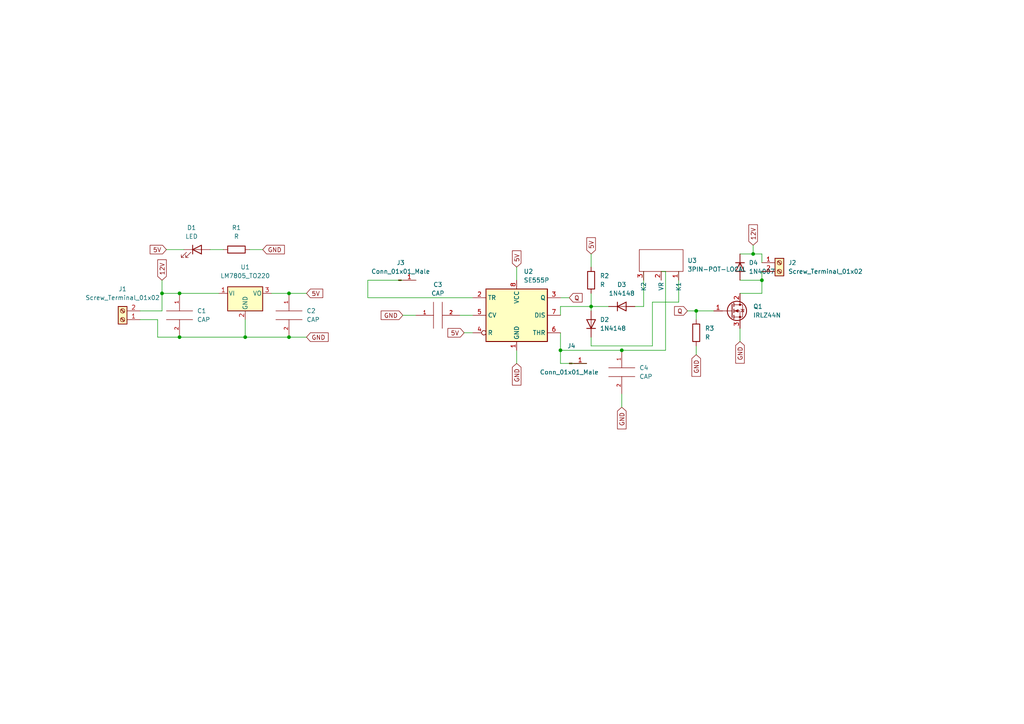
<source format=kicad_sch>
(kicad_sch (version 20211123) (generator eeschema)
  (paper "A4")
  (lib_symbols
    (symbol "555-pwm-motor driver:3PIN-POT-LOCAL"
      (property "Reference" "U" (at -5.08 7.62 0))
      (property "Value" "3PIN-POT-LOCAL" (at 1.27 -7.62 0))
      (symbol "3PIN-POT-LOCAL_0_1"
        (rectangle (start -6.35 6.35) (end 0 -6.35))
      )
      (symbol "3PIN-POT-LOCAL_1_1"
        (pin input line (at 0 5.08 0) (length 2.54) (name "K1") (number "1"))
        (pin input line (at 0 0 0) (length 2.54) (name "VR") (number "2"))
        (pin input line (at 0 -5.08 0) (length 2.54) (name "K2") (number "3"))
      )
    )
    (symbol "Connector:Conn_01x01_Male" (pin_names (offset 1.016) hide)
      (property "Reference" "J" (at 0 2.54 0))
      (property "Value" "Conn_01x01_Male" (at 0 -2.54 0))
      (symbol "Conn_01x01_Male_1_1"
        (polyline (pts (xy 1.27 0) (xy 0.8636 0)) (stroke (width 0.1524)))
        (rectangle (start 0.8636 0.127) (end 0 -0.127) (stroke (width 0.1524)) (fill (type outline)))
        (pin passive line (at 5.08 0 180) (length 3.81) (name "Pin_1") (number "1"))
      )
    )
    (symbol "Connector:Screw_Terminal_01x02" (pin_names (offset 1.016) hide)
      (property "Reference" "J" (at 0 2.54 0))
      (property "Value" "Screw_Terminal_01x02" (at 0 -5.08 0))
      (symbol "Screw_Terminal_01x02_1_1"
        (rectangle (start -1.27 1.27) (end 1.27 -3.81) (stroke (width 0.254)) (fill (type background)))
        (circle (center 0 -2.54) (radius 0.635) (stroke (width 0.1524)))
        (polyline (pts (xy -0.5334 -2.2098) (xy 0.3302 -3.048)) (stroke (width 0.1524)))
        (polyline (pts (xy -0.5334 0.3302) (xy 0.3302 -0.508)) (stroke (width 0.1524)))
        (polyline (pts (xy -0.3556 -2.032) (xy 0.508 -2.8702)) (stroke (width 0.1524)))
        (polyline (pts (xy -0.3556 0.508) (xy 0.508 -0.3302)) (stroke (width 0.1524)))
        (circle (center 0 0) (radius 0.635) (stroke (width 0.1524)))
        (pin passive line (at -5.08 0 0) (length 3.81) (name "Pin_1") (number "1"))
        (pin passive line (at -5.08 -2.54 0) (length 3.81) (name "Pin_2") (number "2"))
      )
    )
    (symbol "Device:LED" (pin_numbers hide) (pin_names (offset 1.016) hide)
      (property "Reference" "D" (at 0 2.54 0))
      (property "Value" "LED" (at 0 -2.54 0))
      (symbol "LED_0_1"
        (polyline (pts (xy -1.27 -1.27) (xy -1.27 1.27)) (stroke (width 0.254)))
        (polyline (pts (xy -1.27 0) (xy 1.27 0)))
        (polyline (pts (xy 1.27 -1.27) (xy 1.27 1.27) (xy -1.27 0) (xy 1.27 -1.27)) (stroke (width 0.254)))
        (polyline (pts (xy -3.048 -0.762) (xy -4.572 -2.286) (xy -3.81 -2.286) (xy -4.572 -2.286) (xy -4.572 -1.524)))
        (polyline (pts (xy -1.778 -0.762) (xy -3.302 -2.286) (xy -2.54 -2.286) (xy -3.302 -2.286) (xy -3.302 -1.524)))
      )
      (symbol "LED_1_1"
        (pin passive line (at -3.81 0 0) (length 2.54) (name "K") (number "1"))
        (pin passive line (at 3.81 0 180) (length 2.54) (name "A") (number "2"))
      )
    )
    (symbol "Device:R" (pin_numbers hide) (pin_names (offset 0))
      (property "Reference" "R" (at 2.032 0 90))
      (property "Value" "R" (at 0 0 90))
      (symbol "R_0_1"
        (rectangle (start -1.016 -2.54) (end 1.016 2.54) (stroke (width 0.254)))
      )
      (symbol "R_1_1"
        (pin passive line (at 0 3.81 270) (length 1.27) (name "~") (number "1"))
        (pin passive line (at 0 -3.81 90) (length 1.27) (name "~") (number "2"))
      )
    )
    (symbol "Diode:1N4007" (pin_numbers hide) (pin_names (offset 1.016) hide)
      (property "Reference" "D" (at 0 2.54 0))
      (property "Value" "1N4007" (at 0 -2.54 0))
      (symbol "1N4007_0_1"
        (polyline (pts (xy -1.27 1.27) (xy -1.27 -1.27)) (stroke (width 0.254)))
        (polyline (pts (xy 1.27 0) (xy -1.27 0)))
        (polyline (pts (xy 1.27 1.27) (xy 1.27 -1.27) (xy -1.27 0) (xy 1.27 1.27)) (stroke (width 0.254)))
      )
      (symbol "1N4007_1_1"
        (pin passive line (at -3.81 0 0) (length 2.54) (name "K") (number "1"))
        (pin passive line (at 3.81 0 180) (length 2.54) (name "A") (number "2"))
      )
    )
    (symbol "Diode:1N4148" (pin_numbers hide) (pin_names (offset 1.016) hide)
      (property "Reference" "D" (at 0 2.54 0))
      (property "Value" "1N4148" (at 0 -2.54 0))
      (symbol "1N4148_0_1"
        (polyline (pts (xy -1.27 1.27) (xy -1.27 -1.27)) (stroke (width 0.254)))
        (polyline (pts (xy 1.27 0) (xy -1.27 0)))
        (polyline (pts (xy 1.27 1.27) (xy 1.27 -1.27) (xy -1.27 0) (xy 1.27 1.27)) (stroke (width 0.254)))
      )
      (symbol "1N4148_1_1"
        (pin passive line (at -3.81 0 0) (length 2.54) (name "K") (number "1"))
        (pin passive line (at 3.81 0 180) (length 2.54) (name "A") (number "2"))
      )
    )
    (symbol "Regulator_Linear:LM7805_TO220" (pin_names (offset 0.254))
      (property "Reference" "U" (at -3.81 3.175 0))
      (property "Value" "LM7805_TO220" (at 0 3.175 0))
      (symbol "LM7805_TO220_0_1"
        (rectangle (start -5.08 1.905) (end 5.08 -5.08) (stroke (width 0.254)) (fill (type background)))
      )
      (symbol "LM7805_TO220_1_1"
        (pin power_in line (at -7.62 0 0) (length 2.54) (name "VI") (number "1"))
        (pin power_in line (at 0 -7.62 90) (length 2.54) (name "GND") (number "2"))
        (pin power_out line (at 7.62 0 180) (length 2.54) (name "VO") (number "3"))
      )
    )
    (symbol "Timer:SE555P"
      (property "Reference" "U" (at -10.16 8.89 0))
      (property "Value" "SE555P" (at 2.54 8.89 0))
      (symbol "SE555P_0_0"
        (pin power_in line (at 0 -10.16 90) (length 2.54) (name "GND") (number "1"))
        (pin power_in line (at 0 10.16 270) (length 2.54) (name "VCC") (number "8"))
      )
      (symbol "SE555P_0_1"
        (rectangle (start -8.89 -7.62) (end 8.89 7.62) (stroke (width 0.254)) (fill (type background)))
        (rectangle (start -8.89 -7.62) (end 8.89 7.62) (stroke (width 0.254)) (fill (type background)))
      )
      (symbol "SE555P_1_1"
        (pin input line (at -12.7 5.08 0) (length 3.81) (name "TR") (number "2"))
        (pin output line (at 12.7 5.08 180) (length 3.81) (name "Q") (number "3"))
        (pin input inverted (at -12.7 -5.08 0) (length 3.81) (name "R") (number "4"))
        (pin input line (at -12.7 0 0) (length 3.81) (name "CV") (number "5"))
        (pin input line (at 12.7 -5.08 180) (length 3.81) (name "THR") (number "6"))
        (pin input line (at 12.7 0 180) (length 3.81) (name "DIS") (number "7"))
      )
    )
    (symbol "Transistor_FET:IRLZ44N" (pin_names hide)
      (property "Reference" "Q" (at 6.35 1.905 0))
      (property "Value" "IRLZ44N" (at 6.35 0 0))
      (symbol "IRLZ44N_0_1"
        (polyline (pts (xy 0.254 0) (xy -2.54 0)))
        (polyline (pts (xy 0.254 1.905) (xy 0.254 -1.905)) (stroke (width 0.254)))
        (polyline (pts (xy 0.762 -1.27) (xy 0.762 -2.286)) (stroke (width 0.254)))
        (polyline (pts (xy 0.762 0.508) (xy 0.762 -0.508)) (stroke (width 0.254)))
        (polyline (pts (xy 0.762 2.286) (xy 0.762 1.27)) (stroke (width 0.254)))
        (polyline (pts (xy 2.54 2.54) (xy 2.54 1.778)))
        (polyline (pts (xy 2.54 -2.54) (xy 2.54 0) (xy 0.762 0)))
        (polyline (pts (xy 0.762 -1.778) (xy 3.302 -1.778) (xy 3.302 1.778) (xy 0.762 1.778)))
        (polyline (pts (xy 1.016 0) (xy 2.032 0.381) (xy 2.032 -0.381) (xy 1.016 0)) (fill (type outline)))
        (polyline (pts (xy 2.794 0.508) (xy 2.921 0.381) (xy 3.683 0.381) (xy 3.81 0.254)))
        (polyline (pts (xy 3.302 0.381) (xy 2.921 -0.254) (xy 3.683 -0.254) (xy 3.302 0.381)))
        (circle (center 1.651 0) (radius 2.794) (stroke (width 0.254)))
        (circle (center 2.54 -1.778) (radius 0.254) (fill (type outline)))
        (circle (center 2.54 1.778) (radius 0.254) (fill (type outline)))
      )
      (symbol "IRLZ44N_1_1"
        (pin input line (at -5.08 0 0) (length 2.54) (name "G") (number "1"))
        (pin passive line (at 2.54 5.08 270) (length 2.54) (name "D") (number "2"))
        (pin passive line (at 2.54 -5.08 90) (length 2.54) (name "S") (number "3"))
      )
    )
    (symbol "pspice:CAP" (pin_names (offset 0.254))
      (property "Reference" "C" (at 2.54 3.81 90))
      (property "Value" "CAP" (at 2.54 -3.81 90))
      (symbol "CAP_0_1"
        (polyline (pts (xy -3.81 -1.27) (xy 3.81 -1.27)))
        (polyline (pts (xy -3.81 1.27) (xy 3.81 1.27)))
      )
      (symbol "CAP_1_1"
        (pin passive line (at 0 6.35 270) (length 5.08) (name "~") (number "1"))
        (pin passive line (at 0 -6.35 90) (length 5.08) (name "~") (number "2"))
      )
    )
  )
  (junction (at 162.56 101.6))
  (junction (at 83.82 85.09))
  (junction (at 52.07 85.09))
  (junction (at 171.45 88.9))
  (junction (at 218.44 73.66))
  (junction (at 201.93 90.17))
  (junction (at 83.82 97.79))
  (junction (at 71.12 97.79))
  (junction (at 46.99 85.09))
  (junction (at 52.07 97.79))
  (junction (at 220.98 81.28))
  (junction (at 180.34 101.6))
  (wire (pts (xy 171.45 88.9) (xy 176.53 88.9)))
  (wire (pts (xy 45.72 97.79) (xy 52.07 97.79)))
  (wire (pts (xy 46.99 81.28) (xy 46.99 85.09)))
  (wire (pts (xy 40.64 90.17) (xy 46.99 90.17)))
  (wire (pts (xy 134.62 96.52) (xy 137.16 96.52)))
  (wire (pts (xy 52.07 85.09) (xy 63.5 85.09)))
  (wire (pts (xy 162.56 101.6) (xy 180.34 101.6)))
  (wire (pts (xy 171.45 85.09) (xy 171.45 88.9)))
  (wire (pts (xy 45.72 92.71) (xy 45.72 97.79)))
  (wire (pts (xy 78.74 85.09) (xy 83.82 85.09)))
  (wire (pts (xy 218.44 71.12) (xy 218.44 73.66)))
  (wire (pts (xy 83.82 97.79) (xy 88.9 97.79)))
  (wire (pts (xy 196.85 87.63) (xy 196.85 78.74)))
  (wire (pts (xy 149.86 101.6) (xy 149.86 105.41)))
  (wire (pts (xy 71.12 97.79) (xy 52.07 97.79)))
  (wire (pts (xy 193.04 101.6) (xy 180.34 101.6)))
  (wire (pts (xy 170.18 105.41) (xy 162.56 105.41)))
  (wire (pts (xy 214.63 81.28) (xy 220.98 81.28)))
  (wire (pts (xy 189.23 87.63) (xy 189.23 100.33)))
  (wire (pts (xy 83.82 85.09) (xy 88.9 85.09)))
  (wire (pts (xy 60.96 72.39) (xy 64.77 72.39)))
  (wire (pts (xy 171.45 73.66) (xy 171.45 77.47)))
  (wire (pts (xy 201.93 90.17) (xy 201.93 92.71)))
  (wire (pts (xy 184.15 88.9) (xy 186.69 88.9)))
  (wire (pts (xy 72.39 72.39) (xy 76.2 72.39)))
  (wire (pts (xy 137.16 86.36) (xy 106.68 86.36)))
  (wire (pts (xy 199.39 90.17) (xy 201.93 90.17)))
  (wire (pts (xy 201.93 90.17) (xy 207.01 90.17)))
  (wire (pts (xy 46.99 90.17) (xy 46.99 85.09)))
  (wire (pts (xy 162.56 88.9) (xy 171.45 88.9)))
  (wire (pts (xy 40.64 92.71) (xy 45.72 92.71)))
  (wire (pts (xy 218.44 73.66) (xy 220.98 73.66)))
  (wire (pts (xy 193.04 78.74) (xy 191.77 78.74)))
  (wire (pts (xy 71.12 92.71) (xy 71.12 97.79)))
  (wire (pts (xy 171.45 100.33) (xy 189.23 100.33)))
  (wire (pts (xy 201.93 100.33) (xy 201.93 102.87)))
  (wire (pts (xy 162.56 91.44) (xy 162.56 88.9)))
  (wire (pts (xy 133.35 91.44) (xy 137.16 91.44)))
  (wire (pts (xy 220.98 85.09) (xy 220.98 81.28)))
  (wire (pts (xy 220.98 73.66) (xy 220.98 76.2)))
  (wire (pts (xy 214.63 73.66) (xy 218.44 73.66)))
  (wire (pts (xy 116.84 91.44) (xy 120.65 91.44)))
  (wire (pts (xy 220.98 81.28) (xy 220.98 78.74)))
  (wire (pts (xy 193.04 78.74) (xy 193.04 101.6)))
  (wire (pts (xy 162.56 86.36) (xy 165.1 86.36)))
  (wire (pts (xy 162.56 101.6) (xy 162.56 96.52)))
  (wire (pts (xy 214.63 85.09) (xy 220.98 85.09)))
  (wire (pts (xy 106.68 81.28) (xy 106.68 86.36)))
  (wire (pts (xy 149.86 77.47) (xy 149.86 81.28)))
  (wire (pts (xy 171.45 88.9) (xy 171.45 90.17)))
  (wire (pts (xy 171.45 97.79) (xy 171.45 100.33)))
  (wire (pts (xy 162.56 105.41) (xy 162.56 101.6)))
  (wire (pts (xy 189.23 87.63) (xy 196.85 87.63)))
  (wire (pts (xy 186.69 78.74) (xy 186.69 88.9)))
  (wire (pts (xy 120.65 81.28) (xy 106.68 81.28)))
  (wire (pts (xy 180.34 114.3) (xy 180.34 118.11)))
  (wire (pts (xy 71.12 97.79) (xy 83.82 97.79)))
  (wire (pts (xy 46.99 85.09) (xy 52.07 85.09)))
  (wire (pts (xy 48.26 72.39) (xy 53.34 72.39)))
  (wire (pts (xy 214.63 95.25) (xy 214.63 99.06)))
  (global_label "5V" (shape input) (at 88.9 85.09 0) (property "Intersheet References" "${INTERSHEET_REFS}" (effects hide)))
  (global_label "GND" (shape input) (at 76.2 72.39 0) (property "Intersheet References" "${INTERSHEET_REFS}" (effects hide)))
  (global_label "12V" (shape input) (at 218.44 71.12 90) (property "Intersheet References" "${INTERSHEET_REFS}" (effects hide)))
  (global_label "GND" (shape input) (at 180.34 118.11 270) (property "Intersheet References" "${INTERSHEET_REFS}" (effects hide)))
  (global_label "5V" (shape input) (at 171.45 73.66 90) (property "Intersheet References" "${INTERSHEET_REFS}" (effects hide)))
  (global_label "Q" (shape input) (at 199.39 90.17 180) (property "Intersheet References" "${INTERSHEET_REFS}" (effects hide)))
  (global_label "GND" (shape input) (at 149.86 105.41 270) (property "Intersheet References" "${INTERSHEET_REFS}" (effects hide)))
  (global_label "GND" (shape input) (at 88.9 97.79 0) (property "Intersheet References" "${INTERSHEET_REFS}" (effects hide)))
  (global_label "5V" (shape input) (at 48.26 72.39 180) (property "Intersheet References" "${INTERSHEET_REFS}" (effects hide)))
  (global_label "5V" (shape input) (at 134.62 96.52 180) (property "Intersheet References" "${INTERSHEET_REFS}" (effects hide)))
  (global_label "5V" (shape input) (at 149.86 77.47 90) (property "Intersheet References" "${INTERSHEET_REFS}" (effects hide)))
  (global_label "Q" (shape input) (at 165.1 86.36 0) (property "Intersheet References" "${INTERSHEET_REFS}" (effects hide)))
  (global_label "12V" (shape input) (at 46.99 81.28 90) (property "Intersheet References" "${INTERSHEET_REFS}" (effects hide)))
  (global_label "GND" (shape input) (at 201.93 102.87 270) (property "Intersheet References" "${INTERSHEET_REFS}" (effects hide)))
  (global_label "GND" (shape input) (at 214.63 99.06 270) (property "Intersheet References" "${INTERSHEET_REFS}" (effects hide)))
  (global_label "GND" (shape input) (at 116.84 91.44 180) (property "Intersheet References" "${INTERSHEET_REFS}" (effects hide)))
  (symbol (lib_id "Diode:1N4148") (at 171.45 93.98 90) (unit 1)
    (property "Reference" "D2" (at 173.99 92.7099 90) (effects (justify right)))
    (property "Value" "1N4148" (at 173.99 95.2499 90) (effects (justify right)))
    (property "Footprint" "Diode_THT:D_DO-35_SOD27_P7.62mm_Horizontal" (effects hide))
    (property "Datasheet" "https://assets.nexperia.com/documents/data-sheet/1N4148_1N4448.pdf" (effects hide))
  )
  (symbol (lib_id "Timer:SE555P") (at 149.86 91.44 0) (unit 1)
    (property "Reference" "U2" (at 151.8794 78.74 0) (effects (justify left)))
    (property "Value" "SE555P" (at 151.8794 81.28 0) (effects (justify left)))
    (property "Footprint" "Package_DIP:DIP-8_W7.62mm" (effects hide))
    (property "Datasheet" "http://www.ti.com/lit/ds/symlink/ne555.pdf" (effects hide))
  )
  (symbol (lib_id "Regulator_Linear:LM7805_TO220") (at 71.12 85.09 0) (unit 1)
    (property "Reference" "U1" (at 71.12 77.47 0))
    (property "Value" "LM7805_TO220" (at 71.12 80.01 0))
    (property "Footprint" "Package_TO_SOT_THT:TO-220-3_Vertical" (effects hide))
    (property "Datasheet" "https://www.onsemi.cn/PowerSolutions/document/MC7800-D.PDF" (effects hide))
  )
  (symbol (lib_id "Diode:1N4007") (at 214.63 77.47 270) (unit 1)
    (property "Reference" "D4" (at 217.17 76.1999 90) (effects (justify left)))
    (property "Value" "1N4007" (at 217.17 78.7399 90) (effects (justify left)))
    (property "Footprint" "Diode_THT:D_DO-41_SOD81_P10.16mm_Horizontal" (effects hide))
    (property "Datasheet" "http://www.vishay.com/docs/88503/1n4001.pdf" (effects hide))
  )
  (symbol (lib_id "Transistor_FET:IRLZ44N") (at 212.09 90.17 0) (unit 1)
    (property "Reference" "Q1" (at 218.44 88.8999 0) (effects (justify left)))
    (property "Value" "IRLZ44N" (at 218.44 91.4399 0) (effects (justify left)))
    (property "Footprint" "Package_TO_SOT_THT:TO-220-3_Vertical" (effects hide))
    (property "Datasheet" "http://www.irf.com/product-info/datasheets/data/irlz44n.pdf" (effects hide))
  )
  (symbol (lib_id "Device:R") (at 171.45 81.28 0) (unit 1)
    (property "Reference" "R2" (at 173.99 80.0099 0) (effects (justify left)))
    (property "Value" "R" (at 173.99 82.5499 0) (effects (justify left)))
    (property "Footprint" "Resistor_THT:R_Axial_DIN0207_L6.3mm_D2.5mm_P7.62mm_Horizontal" (effects hide))
  )
  (symbol (lib_id "Device:R") (at 201.93 96.52 0) (unit 1)
    (property "Reference" "R3" (at 204.47 95.2499 0) (effects (justify left)))
    (property "Value" "R" (at 204.47 97.7899 0) (effects (justify left)))
    (property "Footprint" "Resistor_THT:R_Axial_DIN0207_L6.3mm_D2.5mm_P7.62mm_Horizontal" (effects hide))
  )
  (symbol (lib_id "pspice:CAP") (at 83.82 91.44 0) (unit 1)
    (property "Reference" "C2" (at 88.9 90.1699 0) (effects (justify left)))
    (property "Value" "CAP" (at 88.9 92.7099 0) (effects (justify left)))
    (property "Footprint" "Capacitor_THT:CP_Radial_D4.0mm_P2.00mm" (effects hide))
  )
  (symbol (lib_id "Device:R") (at 68.58 72.39 90) (unit 1)
    (property "Reference" "R1" (at 68.58 66.04 90))
    (property "Value" "R" (at 68.58 68.58 90))
    (property "Footprint" "Resistor_THT:R_Axial_DIN0207_L6.3mm_D2.5mm_P7.62mm_Horizontal" (effects hide))
  )
  (symbol (lib_id "pspice:CAP") (at 52.07 91.44 0) (unit 1)
    (property "Reference" "C1" (at 57.15 90.1699 0) (effects (justify left)))
    (property "Value" "CAP" (at 57.15 92.7099 0) (effects (justify left)))
    (property "Footprint" "Capacitor_THT:CP_Radial_D5.0mm_P2.50mm" (effects hide))
  )
  (symbol (lib_id "Connector:Conn_01x01_Male") (at 115.57 81.28 0) (unit 1)
    (property "Reference" "J3" (at 116.205 76.2 0))
    (property "Value" "Conn_01x01_Male" (at 116.205 78.74 0))
    (property "Footprint" "Connector_PinHeader_1.00mm:PinHeader_1x01_P1.00mm_Vertical" (effects hide))
  )
  (symbol (lib_id "Device:LED") (at 57.15 72.39 0) (unit 1)
    (property "Reference" "D1" (at 55.5625 66.04 0))
    (property "Value" "LED" (at 55.5625 68.58 0))
    (property "Footprint" "LED_THT:LED_D5.0mm" (effects hide))
  )
  (symbol (lib_id "Connector:Screw_Terminal_01x02") (at 35.56 92.71 180) (unit 1)
    (property "Reference" "J1" (at 35.56 83.82 0))
    (property "Value" "Screw_Terminal_01x02" (at 35.56 86.36 0))
    (property "Footprint" "TerminalBlock_Phoenix:TerminalBlock_Phoenix_MKDS-1,5-2-5.08_1x02_P5.08mm_Horizontal" (effects hide))
  )
  (symbol (lib_id "pspice:CAP") (at 180.34 107.95 0) (unit 1)
    (property "Reference" "C4" (at 185.42 106.6799 0) (effects (justify left)))
    (property "Value" "CAP" (at 185.42 109.2199 0) (effects (justify left)))
    (property "Footprint" "Capacitor_THT:CP_Radial_D4.0mm_P2.00mm" (effects hide))
  )
  (symbol (lib_id "pspice:CAP") (at 127 91.44 90) (unit 1)
    (property "Reference" "C3" (at 127 82.55 90))
    (property "Value" "CAP" (at 127 85.09 90))
    (property "Footprint" "Capacitor_THT:CP_Radial_D4.0mm_P2.00mm" (effects hide))
  )
  (symbol (lib_id "555-pwm-motor driver:3PIN-POT-LOCAL") (at 191.77 78.74 270) (unit 1)
    (property "Reference" "U3" (at 199.39 75.5649 90) (effects (justify left)))
    (property "Value" "3PIN-POT-LOCAL" (at 199.39 78.1049 90) (effects (justify left)))
    (property "Footprint" "555-pwm-motor driver:3PIN-POT-LOCAL-5.08" (effects hide))
  )
  (symbol (lib_id "Connector:Screw_Terminal_01x02") (at 226.06 76.2 0) (unit 1)
    (property "Reference" "J2" (at 228.6 76.1999 0) (effects (justify left)))
    (property "Value" "Screw_Terminal_01x02" (at 228.6 78.7399 0) (effects (justify left)))
    (property "Footprint" "TerminalBlock_Phoenix:TerminalBlock_Phoenix_MKDS-1,5-2-5.08_1x02_P5.08mm_Horizontal" (effects hide))
  )
  (symbol (lib_id "Diode:1N4148") (at 180.34 88.9 0) (unit 1)
    (property "Reference" "D3" (at 180.34 82.55 0))
    (property "Value" "1N4148" (at 180.34 85.09 0))
    (property "Footprint" "Diode_THT:D_DO-35_SOD27_P7.62mm_Horizontal" (effects hide))
    (property "Datasheet" "https://assets.nexperia.com/documents/data-sheet/1N4148_1N4448.pdf" (effects hide))
  )
  (symbol (lib_id "Connector:Conn_01x01_Male") (at 165.1 105.41 0) (unit 1)
    (property "Reference" "J4" (at 165.735 100.33 0))
    (property "Value" "Conn_01x01_Male" (at 165.1 107.95 0))
    (property "Footprint" "Connector_PinHeader_1.00mm:PinHeader_1x01_P1.00mm_Vertical" (effects hide))
  )
)
</source>
